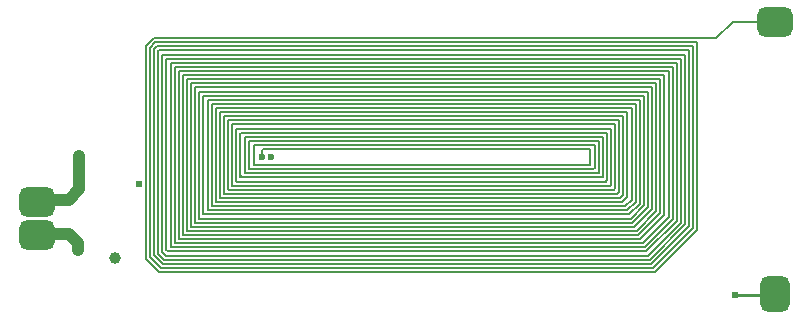
<source format=gbl>
G04 Layer: BottomLayer*
G04 EasyEDA Pro v2.1.51.8c9149c1.e57db4, 2024-04-09 19:57:42*
G04 Gerber Generator version 0.3*
G04 Scale: 100 percent, Rotated: No, Reflected: No*
G04 Dimensions in millimeters*
G04 Leading zeros omitted, absolute positions, 3 integers and 5 decimals*
%FSLAX35Y35*%
%MOMM*%
%AMRoundRect*1,1,$1,$2,$3*1,1,$1,$4,$5*1,1,$1,0-$2,0-$3*1,1,$1,0-$4,0-$5*20,1,$1,$2,$3,$4,$5,0*20,1,$1,$4,$5,0-$2,0-$3,0*20,1,$1,0-$2,0-$3,0-$4,0-$5,0*20,1,$1,0-$4,0-$5,$2,$3,0*4,1,4,$2,$3,$4,$5,0-$2,0-$3,0-$4,0-$5,$2,$3,0*%
%ADD10RoundRect,1.25X-0.875X0.625X0.875X0.625*%
%ADD11RoundRect,1.25X0.875X-0.625X-0.875X-0.625*%
%ADD12RoundRect,1.25X0.625X-0.875X-0.625X-0.875*%
%ADD13C,1.0*%
%ADD14C,0.6096*%
%ADD15C,0.6*%
%ADD16C,1.016*%
%ADD17C,0.254*%
%ADD18C,0.18288*%
%ADD19C,0.18161*%
G75*


G04 Pad Start*
G54D10*
G01X-155604Y-2813042D03*
G54D11*
G01X6089198Y-1295928D03*
G54D10*
G01X-155604Y-3093464D03*
G54D12*
G01X6089198Y-3593160D03*
G04 Pad End*

G04 Via Start*
G54D13*
G01X203200Y-2425700D03*
G01X508000Y-3289300D03*
G01X190500Y-3225800D03*
G54D14*
G01X5753100Y-3606800D03*
G54D15*
G01X1821956Y-2432397D03*
G01X1746870Y-2432988D03*
G54D14*
G01X709478Y-2665537D03*
G04 Via End*

G04 Track Start*
G54D16*
G01X-161400Y-2797499D02*
G01X110801Y-2797499D01*
G01X203200Y-2705100D01*
G01Y-2425700D01*
G01X190500Y-3225800D02*
G01X190500Y-3162300D01*
G01X114300Y-3086100D01*
G54D17*
G01X5753100Y-3606800D02*
G01X6068999Y-3606800D01*
G01X6081400Y-3594399D01*
G54D18*
G01X1468355Y-2713573D02*
G01X4725738Y-2713573D01*
G01X4555575Y-2539557D02*
G01X1642308Y-2539557D01*
G01X4523431Y-2504759D02*
G01X1679387Y-2504759D01*
G01X4564583Y-2342494D02*
G01X4564583Y-2527338D01*
G01X5078606Y-3409442D02*
G01X5434384Y-3053664D01*
G01X5060113Y-3374560D02*
G01X5399586Y-3035087D01*
G01X5045738Y-3339856D02*
G01X5364788Y-3020806D01*
G01X5031324Y-3305058D02*
G01X5329964Y-3006418D01*
G01X5016911Y-3270260D02*
G01X5295166Y-2992005D01*
G01X5002497Y-3235462D02*
G01X5260368Y-2977591D01*
G54D19*
G01X5225570Y-2963295D02*
G01X4988118Y-3200747D01*
G54D18*
G01X4950199Y-3131151D02*
G01X5156386Y-2924964D01*
G01X4935786Y-3096353D02*
G01X5121260Y-2910880D01*
G01X5086462Y-2896466D02*
G01X4921372Y-3061555D01*
G01X4796380Y-2817884D02*
G01X4842790Y-2771474D01*
G01X4898563Y-3026757D02*
G01X5051664Y-2873657D01*
G01X4877588Y-2801552D02*
G01X4826458Y-2852682D01*
G01X4982161Y-2844482D02*
G01X4869661Y-2956982D01*
G01X4982161Y-2845654D02*
G01X4982161Y-2844482D01*
G54D19*
G01X5016866Y-2859121D02*
G01X4884113Y-2991874D01*
G54D18*
G01X4947270Y-2830294D02*
G01X4855286Y-2922278D01*
G01X4971257Y-3165856D02*
G01X5190865Y-2946248D01*
G54D19*
G01X4783220Y-2783169D02*
G01X4808003Y-2758386D01*
G54D18*
G01X4758452Y-2748278D02*
G01X4773287Y-2733442D01*
G54D19*
G01X4808003Y-2758386D02*
G01X4808003Y-2727147D01*
G54D18*
G01X4725738Y-2713573D02*
G01X4738396Y-2700916D01*
G01X4564583Y-2527338D02*
G01X4553970Y-2537951D01*
G54D19*
G01X4527871Y-2499307D02*
G01X4522613Y-2504565D01*
G54D18*
G01X1566461Y-2601577D02*
G01X1566461Y-2237479D01*
G01X1601285Y-2572194D02*
G01X1601285Y-2271878D01*
G01X878653Y-3409442D02*
G01X5078606Y-3409442D01*
G01X893101Y-3374560D02*
G01X5060113Y-3374560D01*
G01X907476Y-3339856D02*
G01X5045738Y-3339856D01*
G01X921890Y-3305058D02*
G01X5031324Y-3305058D01*
G01X936304Y-3270260D02*
G01X5016911Y-3270260D01*
G01X905380Y-3239336D02*
G01X936304Y-3270260D01*
G01X878653Y-3409442D02*
G01X766188Y-3296977D01*
G01X893101Y-3374560D02*
G01X801079Y-3282539D01*
G01X835784Y-3268164D02*
G01X907476Y-3339856D01*
G01X870582Y-3253750D02*
G01X921890Y-3305058D01*
G01X940178Y-3220975D02*
G01X954665Y-3235462D01*
G01X5002497D01*
G54D19*
G01X974892Y-3200747D02*
G01X4988118Y-3200747D01*
G54D18*
G01X1009784Y-3165856D02*
G01X4971257Y-3165856D01*
G01X1044488Y-3131151D02*
G01X4950199Y-3131151D01*
G01X1115792Y-3061555D02*
G01X1114084Y-3059847D01*
G01X1114084Y-3060750D02*
G01X1114084Y-3059847D01*
G01X1079286Y-3096353D02*
G01X4935786Y-3096353D01*
G01X1115792Y-3061555D02*
G01X4921372Y-3061555D01*
G01X4855286Y-2922278D02*
G01X1253362Y-2922278D01*
G01X1148882Y-3026757D02*
G01X4898563Y-3026757D01*
G54D19*
G01X1183766Y-2904626D02*
G01X1183125Y-2903985D01*
G01X1183766Y-2991874D02*
G01X1183766Y-2904626D01*
G01X1183766Y-2991874D02*
G01X4884113Y-2991874D01*
G54D18*
G01X1218658Y-2956982D02*
G01X4869661Y-2956982D01*
G01X4912386Y-2815966D02*
G01X4840872Y-2887480D01*
G01X1288160D01*
G01X4826458Y-2852682D02*
G01X1322958Y-2852682D01*
G54D19*
G01X1392471Y-2783169D02*
G01X4783220Y-2783169D01*
G54D18*
G01X1358544Y-2817884D02*
G01X1357306Y-2819122D01*
G01X1358544Y-2817884D02*
G01X4796380Y-2817884D01*
G01X1427362Y-2745461D02*
G01X1430179Y-2748278D01*
G01X4758452D01*
G01X1462067Y-2709604D02*
G01X1466343Y-2713880D01*
G01X1496865Y-2675735D02*
G01X1498982Y-2677852D01*
G01X1537608Y-2643531D02*
G01X1531663Y-2637586D01*
G01X1576448Y-2609179D02*
G01X1567653Y-2600384D01*
G01X1601285Y-2572194D02*
G01X1603855Y-2574763D01*
G01X1642308Y-2539557D02*
G01X1636975Y-2534223D01*
G01X5596531Y-1429904D02*
G01X5733794Y-1292642D01*
G01X6098976D01*
G01X6104193Y-1297858D01*
G01X870582Y-1538114D02*
G01X874486Y-1534210D01*
G01X835784Y-1523700D02*
G01X860072Y-1499412D01*
G01X801011Y-1509256D02*
G01X845653Y-1464614D01*
G01X831276Y-1429904D02*
G01X766248Y-1494932D01*
G54D19*
G01X766188Y-1494992D02*
G01X766188Y-3296977D01*
G54D18*
G01X801079Y-1509325D02*
G01X801079Y-3282539D01*
G01X835784Y-3268164D02*
G01X835784Y-1523700D01*
G01X870582Y-1538114D02*
G01X870582Y-3253750D01*
G01X905380Y-3239336D02*
G01X905380Y-1569034D01*
G01X940178Y-3220975D02*
G01X940178Y-1603832D01*
G54D19*
G01X974892Y-1638630D02*
G01X974892Y-3200747D01*
G54D18*
G01X1009784Y-3165856D02*
G01X1009784Y-1673428D01*
G01X1044488Y-1708133D02*
G01X1044488Y-3131151D01*
G01X1079286Y-3096353D02*
G01X1079286Y-1743024D01*
G01X1114084Y-3059847D02*
G01X1114084Y-1777739D01*
G01X1148882Y-1812537D02*
G01X1148882Y-3026757D01*
G54D19*
G01X1183766Y-1847335D02*
G01X1183766Y-2904626D01*
G54D18*
G01X1218658Y-2956982D02*
G01X1218658Y-1882133D01*
G01X1253362Y-1916837D02*
G01X1253362Y-2922278D01*
G01X1288160Y-1951729D02*
G01X1288160Y-2887480D01*
G01X1322958Y-1986612D02*
G01X1322958Y-2852682D01*
G01X1357756Y-2021410D02*
G01X1357756Y-2815440D01*
G54D19*
G01X1392471Y-2056208D02*
G01X1392471Y-2783169D01*
G54D18*
G01X1427362Y-2091006D02*
G01X1427362Y-2745461D01*
G01X1462067Y-2125711D02*
G01X1462067Y-2709604D01*
G01X1496865Y-2675735D02*
G01X1496865Y-2160602D01*
G01X1531663Y-2637586D02*
G01X1531663Y-2195206D01*
G01X1566461Y-2237479D02*
G01X1573824Y-2230115D01*
G01X1602231Y-2264913D02*
G01X1608250Y-2264913D01*
G01X1601285Y-2271878D02*
G01X1608250Y-2264913D01*
G01X1636083Y-2535115D02*
G01X1636083Y-2303295D01*
G01Y-2300887D01*
G01X1639667Y-2299711D02*
G01X1636083Y-2303295D01*
G01X1678297Y-2334415D02*
G01X1678297Y-2502420D01*
G01X831276Y-1429904D02*
G01X5596531Y-1429904D01*
G01X5434384Y-1464614D02*
G01X845653Y-1464614D01*
G01X5434384Y-1464614D02*
G01X5434384Y-3053664D01*
G01X860072Y-1499412D02*
G01X5399586Y-1499412D01*
G01Y-3035087D01*
G01X5364788Y-1534210D02*
G01X874486Y-1534210D01*
G01X905380Y-1569034D02*
G01X5329964Y-1569034D01*
G01X5329964Y-1673428D02*
G01X5329964Y-1569034D01*
G01X5296370Y-1674632D02*
G01X5295166Y-1673428D01*
G01X5329964Y-1673428D02*
G01X5328760Y-1674632D01*
G01X5364788Y-1534210D02*
G01X5364788Y-3020806D01*
G01X5329964Y-3006418D02*
G01X5329964Y-1673428D01*
G01X940178Y-1603832D02*
G01X5295166Y-1603832D01*
G01X5260368Y-1638630D02*
G01X974892Y-1638630D01*
G01X5295166Y-1673428D02*
G01X5295166Y-1603832D01*
G01X1009784Y-1673428D02*
G01X5225570Y-1673428D01*
G01X1044488Y-1708133D02*
G01X5190865Y-1708133D01*
G01X5295166Y-1673428D02*
G01X5295166Y-2992005D01*
G01X5260368Y-2977591D02*
G01X5260368Y-1638630D01*
G01X5225570Y-2963295D02*
G01X5225570Y-1673428D01*
G01X5190865Y-2946248D02*
G01X5190865Y-1708133D01*
G54D19*
G01X1079286Y-1743024D02*
G01X5156386Y-1743024D01*
G54D18*
G01X1114084Y-1777739D02*
G01X5121260Y-1777739D01*
G01Y-2910880D01*
G54D19*
G01X5156386Y-1743024D02*
G01X5156386Y-2924964D01*
G54D18*
G01X5086462Y-1812537D02*
G01X1148882Y-1812537D01*
G01X5086462Y-1812537D02*
G01X5086462Y-2896466D01*
G01X5051664Y-2873657D02*
G01X5051664Y-1847335D01*
G01X1183766D01*
G01X1218658Y-1882133D02*
G01X5016866Y-1882133D01*
G01X5016866Y-2858946D02*
G01X5016866Y-1882133D01*
G01X1253362Y-1916837D02*
G01X4982161Y-1916837D01*
G54D19*
G01X4947270Y-1951729D02*
G01X1288160Y-1951729D01*
G54D18*
G01X4982161Y-2844381D02*
G01X4982161Y-1916837D01*
G54D19*
G01X4947270Y-2830294D02*
G01X4947270Y-1951729D01*
G54D18*
G01X4877588Y-2023662D02*
G01X4875336Y-2021410D01*
G01X4912386Y-1986612D02*
G01X1322958Y-1986612D01*
G01X4875336Y-2021410D02*
G01X1357756Y-2021410D01*
G01X4912386Y-1986612D02*
G01X4912386Y-2815966D01*
G01X4877588Y-2801552D02*
G01X4877588Y-2023662D01*
G01X1392471Y-2056208D02*
G01X4842790Y-2056208D01*
G01X4842790Y-2771474D02*
G01X4842790Y-2056208D01*
G01X4808003Y-2091006D02*
G01X1427362Y-2091006D01*
G01X4808003Y-2727085D02*
G01X4808003Y-2091006D01*
G01X4773287Y-2125711D02*
G01X1462067Y-2125711D01*
G01X4773287Y-2733442D02*
G01X4773287Y-2125711D01*
G01X4699539Y-2678775D02*
G01X1500261Y-2678775D01*
G01X4703131Y-2675184D02*
G01X4699539Y-2678775D01*
G01X4661836Y-2643977D02*
G01X1537162Y-2643977D01*
G01X4668883Y-2634254D02*
G01X4660498Y-2642639D01*
G01X4629751Y-2609179D02*
G01X1576448Y-2609179D01*
G01X4629751Y-2609179D02*
G01X4632235Y-2606695D01*
G01X4634085Y-2604577D02*
G01X4633572Y-2605090D01*
G01X4593278Y-2574355D02*
G01X1607726Y-2574355D01*
G01X4593278Y-2574355D02*
G01X4597949Y-2569683D01*
G01X4703681Y-2195206D02*
G01X4703681Y-2675703D01*
G01X4665576Y-2230115D02*
G01X4668883Y-2233422D01*
G01X1639667Y-2299711D02*
G01X4599287Y-2299711D01*
G01X4668883Y-2233422D02*
G01X4668883Y-2634254D01*
G54D19*
G01X4738396Y-2160602D02*
G01X1496865Y-2160602D01*
G01X4738396Y-2700916D02*
G01X4738396Y-2160602D01*
G54D18*
G01X1531663Y-2195206D02*
G01X4703681Y-2195206D01*
G01X1608250Y-2264913D02*
G01X4634085Y-2264913D01*
G01X4634085Y-2604577D02*
G01X4634085Y-2264913D01*
G01X1573824Y-2230115D02*
G01X4665576Y-2230115D01*
G01X4564583Y-2342494D02*
G01X4556504Y-2334415D01*
G01X1678297Y-2334415D02*
G01X4556504Y-2334415D01*
G01X4599287Y-2571021D02*
G01X4599287Y-2299711D01*
G01X4527871Y-2369196D02*
G01X1758961Y-2369196D01*
G54D19*
G01X4527871Y-2369196D02*
G01X4527871Y-2499307D01*
G54D18*
G01X1752396Y-2434752D02*
G01X1746300Y-2428656D01*
G01Y-2381858D01*
G01X1758961Y-2369196D01*
G54D16*
G01X-148999Y-3086100D02*
G01X114300Y-3086100D01*
G04 Track End*

M02*

</source>
